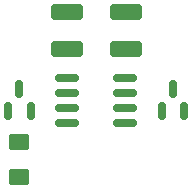
<source format=gbr>
%TF.GenerationSoftware,KiCad,Pcbnew,9.0.7*%
%TF.CreationDate,2026-01-19T15:41:53+08:00*%
%TF.ProjectId,mini-ir-blaster,6d696e69-2d69-4722-9d62-6c6173746572,rev?*%
%TF.SameCoordinates,Original*%
%TF.FileFunction,Paste,Top*%
%TF.FilePolarity,Positive*%
%FSLAX46Y46*%
G04 Gerber Fmt 4.6, Leading zero omitted, Abs format (unit mm)*
G04 Created by KiCad (PCBNEW 9.0.7) date 2026-01-19 15:41:53*
%MOMM*%
%LPD*%
G01*
G04 APERTURE LIST*
G04 Aperture macros list*
%AMRoundRect*
0 Rectangle with rounded corners*
0 $1 Rounding radius*
0 $2 $3 $4 $5 $6 $7 $8 $9 X,Y pos of 4 corners*
0 Add a 4 corners polygon primitive as box body*
4,1,4,$2,$3,$4,$5,$6,$7,$8,$9,$2,$3,0*
0 Add four circle primitives for the rounded corners*
1,1,$1+$1,$2,$3*
1,1,$1+$1,$4,$5*
1,1,$1+$1,$6,$7*
1,1,$1+$1,$8,$9*
0 Add four rect primitives between the rounded corners*
20,1,$1+$1,$2,$3,$4,$5,0*
20,1,$1+$1,$4,$5,$6,$7,0*
20,1,$1+$1,$6,$7,$8,$9,0*
20,1,$1+$1,$8,$9,$2,$3,0*%
G04 Aperture macros list end*
%ADD10RoundRect,0.150000X-0.825000X-0.150000X0.825000X-0.150000X0.825000X0.150000X-0.825000X0.150000X0*%
%ADD11RoundRect,0.150000X0.150000X-0.587500X0.150000X0.587500X-0.150000X0.587500X-0.150000X-0.587500X0*%
%ADD12RoundRect,0.250001X-0.624999X0.462499X-0.624999X-0.462499X0.624999X-0.462499X0.624999X0.462499X0*%
%ADD13RoundRect,0.250000X1.100000X-0.412500X1.100000X0.412500X-1.100000X0.412500X-1.100000X-0.412500X0*%
G04 APERTURE END LIST*
D10*
%TO.C,U1*%
X180025000Y-110595000D03*
X180025000Y-111865000D03*
X180025000Y-113135000D03*
X180025000Y-114405000D03*
X184975000Y-114405000D03*
X184975000Y-113135000D03*
X184975000Y-111865000D03*
X184975000Y-110595000D03*
%TD*%
D11*
%TO.C,Q2*%
X188050000Y-113437500D03*
X189950000Y-113437500D03*
X189000000Y-111562500D03*
%TD*%
%TO.C,Q1*%
X175050000Y-113437500D03*
X176950000Y-113437500D03*
X176000000Y-111562500D03*
%TD*%
D12*
%TO.C,D3*%
X176000000Y-116025000D03*
X176000000Y-119000000D03*
%TD*%
D13*
%TO.C,C2*%
X185000000Y-105000000D03*
X185000000Y-108125000D03*
%TD*%
%TO.C,C1*%
X180000000Y-108125000D03*
X180000000Y-105000000D03*
%TD*%
M02*

</source>
